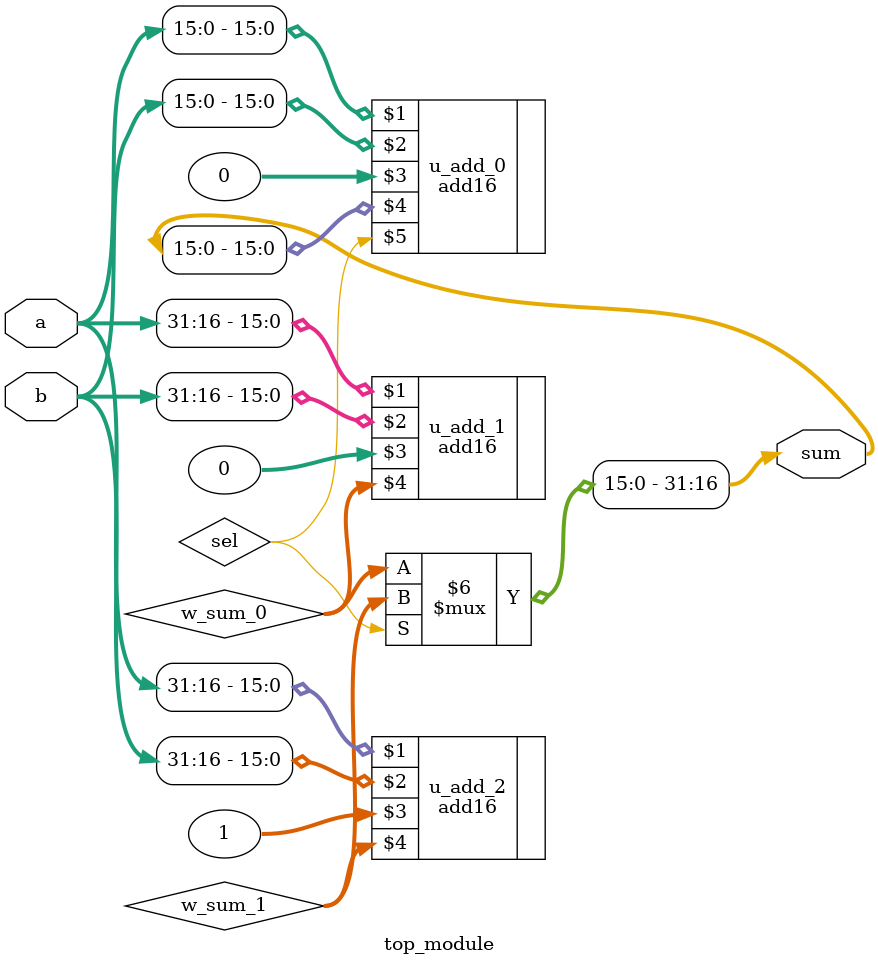
<source format=v>
module top_module(
    input [31:0] a,
    input [31:0] b,
    output [31:0] sum
);
wire sel;
wire [32:0]sum_o;
wire [15:0] w_sum_0,w_sum_1;
add16 u_add_0(a[15:0],b[15:0],0,sum[15:0],sel);
add16 u_add_1(a[31:16],b[31:16],0,w_sum_0[15:0],);
add16 u_add_2(a[31:16],b[31:16],1,w_sum_1[15:0],);
always @(*) begin
    case (sel)
    1'b0    : sum[31:16] = w_sum_0[15:0];
        default: sum[31:16] =w_sum_1[15:0];
    endcase
end
endmodule

</source>
